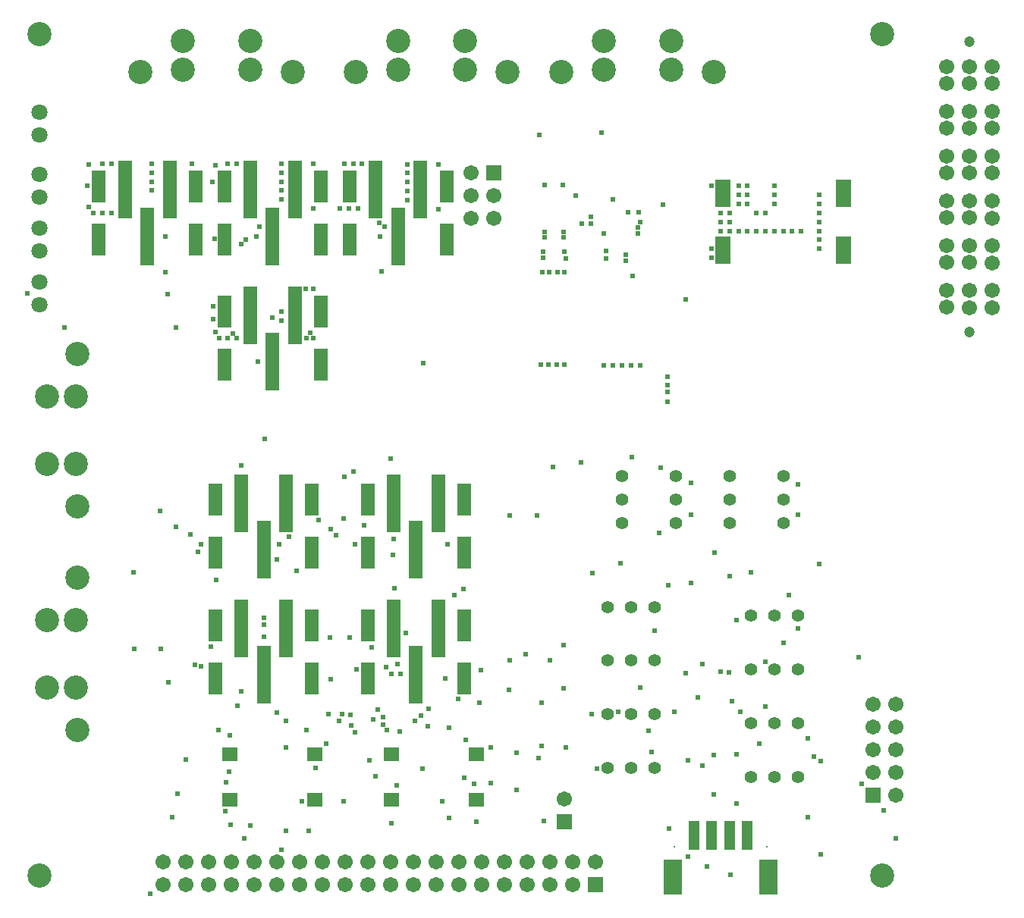
<source format=gbs>
G04 Layer_Color=16711935*
%FSLAX25Y25*%
%MOIN*%
G70*
G01*
G75*
%ADD83C,0.07099*%
%ADD84C,0.06706*%
%ADD85C,0.04737*%
%ADD86C,0.10642*%
%ADD87R,0.06706X0.06706*%
%ADD88R,0.06706X0.06706*%
%ADD89C,0.05524*%
%ADD90R,0.00800X0.00800*%
%ADD91C,0.02400*%
%ADD92R,0.06312X0.25603*%
%ADD93R,0.05918X0.14186*%
%ADD94R,0.05131X0.12611*%
%ADD95R,0.07887X0.15367*%
%ADD96R,0.06902X0.05918*%
%ADD97R,0.06981X0.11902*%
D83*
X110236Y394764D02*
D03*
Y384764D02*
D03*
Y408386D02*
D03*
Y418386D02*
D03*
Y371142D02*
D03*
Y361142D02*
D03*
Y435945D02*
D03*
Y445945D02*
D03*
D84*
X508858Y458504D02*
D03*
Y446220D02*
D03*
Y426535D02*
D03*
Y406850D02*
D03*
Y387165D02*
D03*
Y367480D02*
D03*
Y438819D02*
D03*
Y419134D02*
D03*
Y399449D02*
D03*
Y379764D02*
D03*
Y465906D02*
D03*
Y360079D02*
D03*
X518858Y360039D02*
D03*
Y367441D02*
D03*
X528858Y367402D02*
D03*
Y360000D02*
D03*
X518858Y379724D02*
D03*
X528858Y379685D02*
D03*
X518858Y387126D02*
D03*
X528858Y387087D02*
D03*
Y406772D02*
D03*
X518858Y406811D02*
D03*
X528858Y399370D02*
D03*
X518858Y399410D02*
D03*
X528858Y426457D02*
D03*
X518858Y426496D02*
D03*
X528858Y419055D02*
D03*
X518858Y419095D02*
D03*
X528858Y446142D02*
D03*
X518858Y446181D02*
D03*
X528858Y438740D02*
D03*
X518858Y438779D02*
D03*
X528858Y465827D02*
D03*
X518858Y465866D02*
D03*
X528858Y458425D02*
D03*
X518858Y458465D02*
D03*
X299843Y399291D02*
D03*
X309842D02*
D03*
X299843Y409291D02*
D03*
X309842D02*
D03*
X299843Y419291D02*
D03*
X486378Y145669D02*
D03*
X476378Y155669D02*
D03*
X486378D02*
D03*
X476378Y165669D02*
D03*
X486378D02*
D03*
X476378Y175669D02*
D03*
X486378D02*
D03*
X476378Y185669D02*
D03*
X486378D02*
D03*
X354331Y116299D02*
D03*
X344331Y106299D02*
D03*
Y116299D02*
D03*
X334331Y106299D02*
D03*
Y116299D02*
D03*
X324331Y106299D02*
D03*
Y116299D02*
D03*
X314331Y106299D02*
D03*
Y116299D02*
D03*
X304331Y106299D02*
D03*
Y116299D02*
D03*
X294331Y106299D02*
D03*
Y116299D02*
D03*
X284331Y106299D02*
D03*
Y116299D02*
D03*
X274331Y106299D02*
D03*
Y116299D02*
D03*
X264331Y106299D02*
D03*
Y116299D02*
D03*
X254331Y106299D02*
D03*
Y116299D02*
D03*
X244331Y106299D02*
D03*
Y116299D02*
D03*
X234331Y106299D02*
D03*
Y116299D02*
D03*
X224331Y106299D02*
D03*
Y116299D02*
D03*
X214331Y106299D02*
D03*
Y116299D02*
D03*
X204331Y106299D02*
D03*
Y116299D02*
D03*
X194331Y106299D02*
D03*
Y116299D02*
D03*
X184331Y106299D02*
D03*
Y116299D02*
D03*
X174331Y106299D02*
D03*
Y116299D02*
D03*
X164331Y106299D02*
D03*
Y116299D02*
D03*
X340945Y143858D02*
D03*
D85*
X518858Y349213D02*
D03*
Y476772D02*
D03*
D86*
X480315Y480315D02*
D03*
X406457Y463583D02*
D03*
X339567D02*
D03*
X387756Y464567D02*
D03*
Y477087D02*
D03*
X358268D02*
D03*
Y464567D02*
D03*
X315905Y463583D02*
D03*
X249016D02*
D03*
X297205Y464567D02*
D03*
Y477087D02*
D03*
X267717D02*
D03*
Y464567D02*
D03*
X126969Y241102D02*
D03*
Y174213D02*
D03*
X125984Y222402D02*
D03*
X113465D02*
D03*
Y192913D02*
D03*
X125984D02*
D03*
X221417Y463583D02*
D03*
X154528D02*
D03*
X202716Y464567D02*
D03*
Y477087D02*
D03*
X173228D02*
D03*
Y464567D02*
D03*
X126969Y339528D02*
D03*
Y272638D02*
D03*
X125984Y320827D02*
D03*
X113465D02*
D03*
Y291339D02*
D03*
X125984D02*
D03*
X480315Y110236D02*
D03*
X110236D02*
D03*
Y480315D02*
D03*
D87*
X309842Y419291D02*
D03*
X476378Y145669D02*
D03*
X340945Y133858D02*
D03*
D88*
X354331Y106299D02*
D03*
D89*
X366142Y275590D02*
D03*
Y265354D02*
D03*
Y285827D02*
D03*
X389764D02*
D03*
Y265354D02*
D03*
Y275590D02*
D03*
X413386D02*
D03*
Y265354D02*
D03*
Y285827D02*
D03*
X437008D02*
D03*
Y265354D02*
D03*
Y275590D02*
D03*
X433071Y153543D02*
D03*
X443307D02*
D03*
X422835D02*
D03*
Y177165D02*
D03*
X443307D02*
D03*
X433071D02*
D03*
Y200787D02*
D03*
X443307D02*
D03*
X422835D02*
D03*
Y224410D02*
D03*
X443307D02*
D03*
X433071D02*
D03*
X370079Y157480D02*
D03*
X380315D02*
D03*
X359842D02*
D03*
Y181102D02*
D03*
X380315D02*
D03*
X370079D02*
D03*
Y204724D02*
D03*
X380315D02*
D03*
X359842D02*
D03*
Y228346D02*
D03*
X380315D02*
D03*
X370079D02*
D03*
D90*
X388976Y122835D02*
D03*
X429921D02*
D03*
D91*
X386221Y329528D02*
D03*
Y325984D02*
D03*
Y322835D02*
D03*
Y318504D02*
D03*
X193307Y155905D02*
D03*
X330807Y186221D02*
D03*
X352755Y181102D02*
D03*
X413386Y241732D02*
D03*
X334330Y205039D02*
D03*
X308563Y150787D02*
D03*
X319685Y148031D02*
D03*
X268504Y173622D02*
D03*
X264960Y198819D02*
D03*
X247244Y176378D02*
D03*
X248819Y173228D02*
D03*
X417323Y405512D02*
D03*
Y409449D02*
D03*
Y413386D02*
D03*
X405512D02*
D03*
Y381890D02*
D03*
Y385827D02*
D03*
X421260Y413386D02*
D03*
Y409449D02*
D03*
Y405512D02*
D03*
X425197Y401575D02*
D03*
X429134D02*
D03*
X433071Y405512D02*
D03*
Y409449D02*
D03*
Y413386D02*
D03*
X444882Y393701D02*
D03*
X440945D02*
D03*
X437008D02*
D03*
X433071D02*
D03*
X429134D02*
D03*
X425197D02*
D03*
X421260D02*
D03*
X417323D02*
D03*
X413386Y401575D02*
D03*
Y397638D02*
D03*
Y393701D02*
D03*
X409449Y401575D02*
D03*
Y397638D02*
D03*
Y393701D02*
D03*
X452756Y385827D02*
D03*
Y389764D02*
D03*
Y393701D02*
D03*
Y397638D02*
D03*
Y401575D02*
D03*
Y405512D02*
D03*
Y409449D02*
D03*
X176378Y260236D02*
D03*
X170079Y263386D02*
D03*
Y351181D02*
D03*
X121260D02*
D03*
X340551Y390945D02*
D03*
Y393307D02*
D03*
X332283D02*
D03*
Y390945D02*
D03*
X359055Y385039D02*
D03*
Y381496D02*
D03*
X367717Y383071D02*
D03*
Y380709D02*
D03*
X370866Y374016D02*
D03*
X345669Y409055D02*
D03*
X384252Y405118D02*
D03*
X373622Y401968D02*
D03*
X374016Y397638D02*
D03*
X373228Y395276D02*
D03*
Y392520D02*
D03*
X362205Y407480D02*
D03*
X368898Y401968D02*
D03*
X358268Y392520D02*
D03*
X352362Y400000D02*
D03*
Y396850D02*
D03*
X348425D02*
D03*
X340158Y413779D02*
D03*
X332283D02*
D03*
X357087Y437008D02*
D03*
X481299Y138779D02*
D03*
X471457Y150591D02*
D03*
X174331Y161299D02*
D03*
X288386Y196850D02*
D03*
X294291Y187992D02*
D03*
X304232Y200689D02*
D03*
X340551Y211614D02*
D03*
X323818Y207677D02*
D03*
X316929Y204724D02*
D03*
X403543Y114173D02*
D03*
X168307Y135827D02*
D03*
X170866Y146063D02*
D03*
X178347Y202756D02*
D03*
X218504Y166535D02*
D03*
Y178150D02*
D03*
X413779Y110630D02*
D03*
X416575Y163425D02*
D03*
X329528Y161811D02*
D03*
X319685Y164173D02*
D03*
X416575Y141732D02*
D03*
X426378Y168110D02*
D03*
X416535Y222441D02*
D03*
X181102Y202362D02*
D03*
X179921Y252464D02*
D03*
X197000Y184890D02*
D03*
X223228Y244094D02*
D03*
X216535Y121653D02*
D03*
X181102Y255906D02*
D03*
X486378Y126614D02*
D03*
X453543Y160630D02*
D03*
Y119685D02*
D03*
X447638Y170472D02*
D03*
X447638Y135827D02*
D03*
X290158Y175197D02*
D03*
Y135433D02*
D03*
X218504Y129921D02*
D03*
X228346D02*
D03*
X202756Y132283D02*
D03*
X194095Y132677D02*
D03*
X330709Y167323D02*
D03*
X331890Y134252D02*
D03*
X252953Y264370D02*
D03*
X243701Y267323D02*
D03*
X227559Y174257D02*
D03*
X237205Y181102D02*
D03*
X243701Y142913D02*
D03*
X225590D02*
D03*
X166929Y195276D02*
D03*
X158661Y102362D02*
D03*
X396575Y282953D02*
D03*
X396457Y268898D02*
D03*
X418110Y182283D02*
D03*
X380315Y217717D02*
D03*
X388976Y182283D02*
D03*
X382480Y260827D02*
D03*
X452756Y247244D02*
D03*
X450394Y162598D02*
D03*
X377953Y174016D02*
D03*
X238189Y262598D02*
D03*
X244094Y285433D02*
D03*
X348031Y291732D02*
D03*
X248031Y287795D02*
D03*
X335827Y289764D02*
D03*
X240551Y259842D02*
D03*
X353150Y243307D02*
D03*
X422835Y243701D02*
D03*
X208661Y223622D02*
D03*
X281102Y183465D02*
D03*
X355118Y157087D02*
D03*
X278346D02*
D03*
X267323Y203150D02*
D03*
X208661Y215354D02*
D03*
X386614Y237795D02*
D03*
X287008Y142913D02*
D03*
X394094Y363386D02*
D03*
Y199213D02*
D03*
X374016Y192913D02*
D03*
X401575Y203150D02*
D03*
X443307Y218898D02*
D03*
X439370Y233465D02*
D03*
X396575Y238976D02*
D03*
X443307Y268898D02*
D03*
Y282283D02*
D03*
X437008Y212598D02*
D03*
X412992Y199606D02*
D03*
X406693Y252362D02*
D03*
X365354Y247638D02*
D03*
X212598Y355512D02*
D03*
X205512Y391339D02*
D03*
X165354D02*
D03*
X259842D02*
D03*
X260433Y375787D02*
D03*
X165354Y375590D02*
D03*
X214567Y249213D02*
D03*
X256693Y178740D02*
D03*
X262587Y201957D02*
D03*
X215354Y255906D02*
D03*
X206299Y336221D02*
D03*
X278740Y335433D02*
D03*
X268701Y198819D02*
D03*
X271260Y216929D02*
D03*
X280709Y175984D02*
D03*
X166535Y365748D02*
D03*
X104724Y366142D02*
D03*
X216535Y423228D02*
D03*
Y419291D02*
D03*
Y415354D02*
D03*
Y411417D02*
D03*
Y407480D02*
D03*
X230315Y423228D02*
D03*
Y403543D02*
D03*
X285433Y403353D02*
D03*
Y423038D02*
D03*
X271654Y407290D02*
D03*
Y411227D02*
D03*
Y415164D02*
D03*
Y419101D02*
D03*
Y423038D02*
D03*
X177165Y423228D02*
D03*
X159449D02*
D03*
Y419291D02*
D03*
Y415354D02*
D03*
Y411417D02*
D03*
X216535Y358268D02*
D03*
Y354331D02*
D03*
X230315Y346457D02*
D03*
Y368110D02*
D03*
X329705Y436043D02*
D03*
X328740Y268701D02*
D03*
X316929D02*
D03*
X289370Y255906D02*
D03*
X256299Y210630D02*
D03*
X192126Y151181D02*
D03*
X163386Y210039D02*
D03*
X151969Y209842D02*
D03*
X151378Y243504D02*
D03*
X162992Y270669D02*
D03*
X227165Y368110D02*
D03*
X227559Y346457D02*
D03*
X229134Y348819D02*
D03*
X209252Y302165D02*
D03*
X219685Y259055D02*
D03*
X232677Y266535D02*
D03*
X265945Y258071D02*
D03*
X386811Y130905D02*
D03*
X406575Y145787D02*
D03*
X414370Y186811D02*
D03*
X401575Y158661D02*
D03*
X429134Y204331D02*
D03*
X379134Y164567D02*
D03*
X406575Y163268D02*
D03*
X429134Y184646D02*
D03*
X364567Y182283D02*
D03*
X399606Y188583D02*
D03*
X409449Y200000D02*
D03*
X395276Y161024D02*
D03*
X264567Y293701D02*
D03*
X370472Y294094D02*
D03*
X383071Y289567D02*
D03*
X395276Y118504D02*
D03*
X198819Y290551D02*
D03*
X265354Y251181D02*
D03*
X266142Y236614D02*
D03*
X198819Y191339D02*
D03*
X196850Y346457D02*
D03*
X192913D02*
D03*
X188976D02*
D03*
X186614Y360630D02*
D03*
Y354724D02*
D03*
X187402Y349213D02*
D03*
X141732Y401575D02*
D03*
X137795D02*
D03*
X133858D02*
D03*
X131890Y404331D02*
D03*
X131102Y413386D02*
D03*
X131890Y422835D02*
D03*
X200787Y389764D02*
D03*
X187008Y390158D02*
D03*
X187402Y422441D02*
D03*
X206693Y395669D02*
D03*
X192913Y423228D02*
D03*
X196850D02*
D03*
X186221Y415354D02*
D03*
X198819Y387795D02*
D03*
X141732Y423228D02*
D03*
X137795D02*
D03*
X261811Y395669D02*
D03*
X246063Y403543D02*
D03*
X242126D02*
D03*
X250000D02*
D03*
X251969Y423228D02*
D03*
X248031D02*
D03*
X244094D02*
D03*
X208661Y220472D02*
D03*
X316535Y191929D02*
D03*
X470079Y206299D02*
D03*
X259449Y397244D02*
D03*
X195276Y348425D02*
D03*
X237795Y214961D02*
D03*
X246457D02*
D03*
X185433Y211024D02*
D03*
X243110Y181102D02*
D03*
X246850Y180905D02*
D03*
X255118Y161024D02*
D03*
X241732Y178347D02*
D03*
X187795Y240158D02*
D03*
X341339Y166535D02*
D03*
X340551Y192520D02*
D03*
X292520Y233465D02*
D03*
X296457Y236221D02*
D03*
X331496Y384646D02*
D03*
Y381890D02*
D03*
X340945Y384646D02*
D03*
X341339Y381496D02*
D03*
X340945Y375590D02*
D03*
X337795D02*
D03*
X334252D02*
D03*
X331102D02*
D03*
X340945Y335039D02*
D03*
X337402D02*
D03*
X333858D02*
D03*
X330315D02*
D03*
X374016Y334646D02*
D03*
X358268D02*
D03*
X362205D02*
D03*
X366142D02*
D03*
X370079D02*
D03*
X214567Y181890D02*
D03*
X238189Y196457D02*
D03*
X231398Y157480D02*
D03*
X236024Y168307D02*
D03*
X191929Y138583D02*
D03*
X200000Y126449D02*
D03*
X193898Y171850D02*
D03*
X188878Y174213D02*
D03*
X301181Y150492D02*
D03*
X308381Y166544D02*
D03*
X297342Y169980D02*
D03*
X296949Y153051D02*
D03*
X303543Y186122D02*
D03*
X267224Y150000D02*
D03*
X264764Y133366D02*
D03*
X302165Y133760D02*
D03*
X257776Y153740D02*
D03*
X248819Y255906D02*
D03*
X261024Y179823D02*
D03*
X261122Y176575D02*
D03*
X258858Y183169D02*
D03*
X262907Y174320D02*
D03*
X277953Y180709D02*
D03*
X275197Y178347D02*
D03*
X249583Y200915D02*
D03*
D92*
X202756Y356693D02*
D03*
X212598Y336221D02*
D03*
X222441Y356693D02*
D03*
X222441Y411811D02*
D03*
X212598Y391339D02*
D03*
X202756Y411811D02*
D03*
X147638D02*
D03*
X157480Y391339D02*
D03*
X167323Y411811D02*
D03*
X277559D02*
D03*
X267717Y391339D02*
D03*
X257874Y411811D02*
D03*
X198819Y218898D02*
D03*
X208661Y198425D02*
D03*
X218504Y218898D02*
D03*
Y274016D02*
D03*
X208661Y253543D02*
D03*
X198819Y274016D02*
D03*
X265748Y218898D02*
D03*
X275590Y198425D02*
D03*
X285433Y218898D02*
D03*
Y274016D02*
D03*
X275590Y253543D02*
D03*
X265748Y274016D02*
D03*
D93*
X191339Y358071D02*
D03*
X233858D02*
D03*
Y334842D02*
D03*
X191339D02*
D03*
X191339Y389961D02*
D03*
X233858D02*
D03*
Y413189D02*
D03*
X191339D02*
D03*
X136221D02*
D03*
X178740D02*
D03*
Y389961D02*
D03*
X136221D02*
D03*
X246457D02*
D03*
X288976D02*
D03*
Y413189D02*
D03*
X246457D02*
D03*
X187402Y220276D02*
D03*
X229921D02*
D03*
Y197047D02*
D03*
X187402D02*
D03*
Y252165D02*
D03*
X229921D02*
D03*
Y275394D02*
D03*
X187402D02*
D03*
X254331Y220276D02*
D03*
X296850D02*
D03*
Y197047D02*
D03*
X254331D02*
D03*
Y252165D02*
D03*
X296850D02*
D03*
Y275394D02*
D03*
X254331D02*
D03*
D94*
X421260Y127953D02*
D03*
X413386D02*
D03*
X405512D02*
D03*
X397638D02*
D03*
D95*
X430512Y109449D02*
D03*
X388386D02*
D03*
D96*
X264764Y143504D02*
D03*
X302165Y163583D02*
D03*
X264764D02*
D03*
X302165Y143504D02*
D03*
X231299D02*
D03*
X193898Y163583D02*
D03*
X231299D02*
D03*
X193898Y143504D02*
D03*
D97*
X463504Y410079D02*
D03*
Y385197D02*
D03*
X410512D02*
D03*
Y410079D02*
D03*
M02*

</source>
